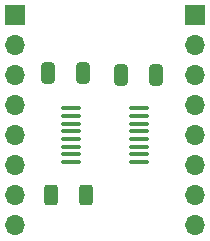
<source format=gbr>
%TF.GenerationSoftware,KiCad,Pcbnew,6.0.11+dfsg-1~bpo11+1*%
%TF.CreationDate,2023-04-23T22:17:46-04:00*%
%TF.ProjectId,cEmbedded_TXB0106_Breakout,63456d62-6564-4646-9564-5f5458423031,rev?*%
%TF.SameCoordinates,Original*%
%TF.FileFunction,Soldermask,Top*%
%TF.FilePolarity,Negative*%
%FSLAX46Y46*%
G04 Gerber Fmt 4.6, Leading zero omitted, Abs format (unit mm)*
G04 Created by KiCad (PCBNEW 6.0.11+dfsg-1~bpo11+1) date 2023-04-23 22:17:46*
%MOMM*%
%LPD*%
G01*
G04 APERTURE LIST*
G04 Aperture macros list*
%AMRoundRect*
0 Rectangle with rounded corners*
0 $1 Rounding radius*
0 $2 $3 $4 $5 $6 $7 $8 $9 X,Y pos of 4 corners*
0 Add a 4 corners polygon primitive as box body*
4,1,4,$2,$3,$4,$5,$6,$7,$8,$9,$2,$3,0*
0 Add four circle primitives for the rounded corners*
1,1,$1+$1,$2,$3*
1,1,$1+$1,$4,$5*
1,1,$1+$1,$6,$7*
1,1,$1+$1,$8,$9*
0 Add four rect primitives between the rounded corners*
20,1,$1+$1,$2,$3,$4,$5,0*
20,1,$1+$1,$4,$5,$6,$7,0*
20,1,$1+$1,$6,$7,$8,$9,0*
20,1,$1+$1,$8,$9,$2,$3,0*%
G04 Aperture macros list end*
%ADD10RoundRect,0.250000X-0.325000X-0.650000X0.325000X-0.650000X0.325000X0.650000X-0.325000X0.650000X0*%
%ADD11R,1.700000X1.700000*%
%ADD12O,1.700000X1.700000*%
%ADD13RoundRect,0.250000X-0.312500X-0.625000X0.312500X-0.625000X0.312500X0.625000X-0.312500X0.625000X0*%
%ADD14O,1.699999X0.349999*%
G04 APERTURE END LIST*
D10*
%TO.C,C2*%
X144880000Y-83700000D03*
X147830000Y-83700000D03*
%TD*%
D11*
%TO.C,J1*%
X135890000Y-78620000D03*
D12*
X135890000Y-81160000D03*
X135890000Y-83700000D03*
X135890000Y-86240000D03*
X135890000Y-88780000D03*
X135890000Y-91320000D03*
X135890000Y-93860000D03*
X135890000Y-96400000D03*
%TD*%
D13*
%TO.C,R1*%
X138967500Y-93860000D03*
X141892500Y-93860000D03*
%TD*%
D11*
%TO.C,J2*%
X151130000Y-78620000D03*
D12*
X151130000Y-81160000D03*
X151130000Y-83700000D03*
X151130000Y-86240000D03*
X151130000Y-88780000D03*
X151130000Y-91320000D03*
X151130000Y-93860000D03*
X151130000Y-96400000D03*
%TD*%
D10*
%TO.C,C1*%
X138710000Y-83480000D03*
X141660000Y-83480000D03*
%TD*%
D14*
%TO.C,U1*%
X140660001Y-86504998D03*
X140660001Y-87154999D03*
X140660001Y-87804998D03*
X140660001Y-88454999D03*
X140660001Y-89104998D03*
X140660001Y-89754999D03*
X140660001Y-90404998D03*
X140660001Y-91054999D03*
X146359999Y-91054999D03*
X146359999Y-90404998D03*
X146359999Y-89754999D03*
X146359999Y-89104998D03*
X146359999Y-88454999D03*
X146359999Y-87804998D03*
X146359999Y-87154999D03*
X146359999Y-86504998D03*
%TD*%
M02*

</source>
